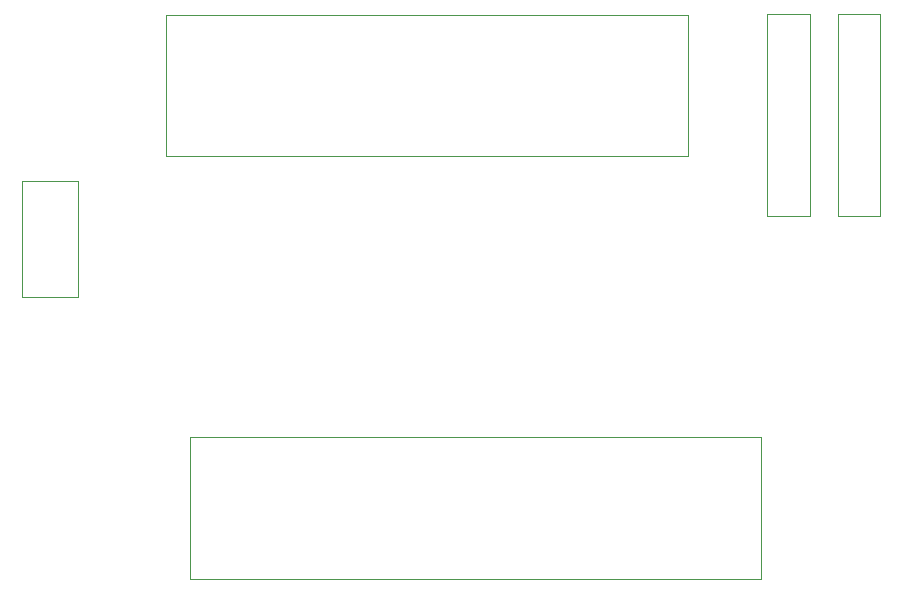
<source format=gbr>
%TF.GenerationSoftware,KiCad,Pcbnew,8.0.1*%
%TF.CreationDate,2024-05-07T20:14:08+02:00*%
%TF.ProjectId,atx,6174782e-6b69-4636-9164-5f7063625858,rev?*%
%TF.SameCoordinates,Original*%
%TF.FileFunction,Other,User*%
%FSLAX46Y46*%
G04 Gerber Fmt 4.6, Leading zero omitted, Abs format (unit mm)*
G04 Created by KiCad (PCBNEW 8.0.1) date 2024-05-07 20:14:08*
%MOMM*%
%LPD*%
G01*
G04 APERTURE LIST*
%ADD10C,0.050000*%
G04 APERTURE END LIST*
D10*
%TO.C,test switch*%
X76900000Y-61100000D02*
X72100000Y-61100000D01*
X72100000Y-61100000D02*
X72100000Y-70900000D01*
X76900000Y-70900000D02*
X76900000Y-61100000D01*
X72100000Y-70900000D02*
X76900000Y-70900000D01*
%TO.C,power mac g4*%
X86300000Y-82750000D02*
X86300000Y-94750000D01*
X86300000Y-94750000D02*
X134700000Y-94750000D01*
X134700000Y-82750000D02*
X86300000Y-82750000D01*
X134700000Y-94750000D02*
X134700000Y-82750000D01*
%TO.C,diode 50v 3A*%
X135200000Y-64050000D02*
X138800000Y-64050000D01*
X138800000Y-64050000D02*
X138800000Y-46950000D01*
X135200000Y-46950000D02*
X135200000Y-64050000D01*
X138800000Y-46950000D02*
X135200000Y-46950000D01*
X141200000Y-46950000D02*
X141200000Y-64050000D01*
X141200000Y-64050000D02*
X144800000Y-64050000D01*
X144800000Y-46950000D02*
X141200000Y-46950000D01*
X144800000Y-64050000D02*
X144800000Y-46950000D01*
%TO.C,atx psu*%
X128500000Y-59000000D02*
X128500000Y-47000000D01*
X128500000Y-47000000D02*
X84300000Y-47000000D01*
X84300000Y-59000000D02*
X128500000Y-59000000D01*
X84300000Y-47000000D02*
X84300000Y-59000000D01*
%TD*%
M02*

</source>
